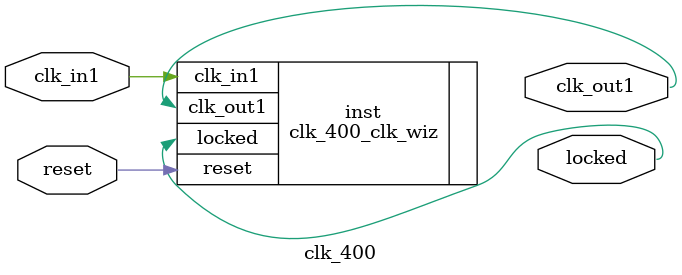
<source format=v>


`timescale 1ps/1ps

(* CORE_GENERATION_INFO = "clk_400,clk_wiz_v6_0_10_0_0,{component_name=clk_400,use_phase_alignment=true,use_min_o_jitter=false,use_max_i_jitter=false,use_dyn_phase_shift=false,use_inclk_switchover=false,use_dyn_reconfig=false,enable_axi=0,feedback_source=FDBK_AUTO,PRIMITIVE=MMCM,num_out_clk=1,clkin1_period=10.000,clkin2_period=10.000,use_power_down=false,use_reset=true,use_locked=true,use_inclk_stopped=false,feedback_type=SINGLE,CLOCK_MGR_TYPE=NA,manual_override=false}" *)

module clk_400 
 (
  // Clock out ports
  output        clk_out1,
  // Status and control signals
  input         reset,
  output        locked,
 // Clock in ports
  input         clk_in1
 );

  clk_400_clk_wiz inst
  (
  // Clock out ports  
  .clk_out1(clk_out1),
  // Status and control signals               
  .reset(reset), 
  .locked(locked),
 // Clock in ports
  .clk_in1(clk_in1)
  );

endmodule

</source>
